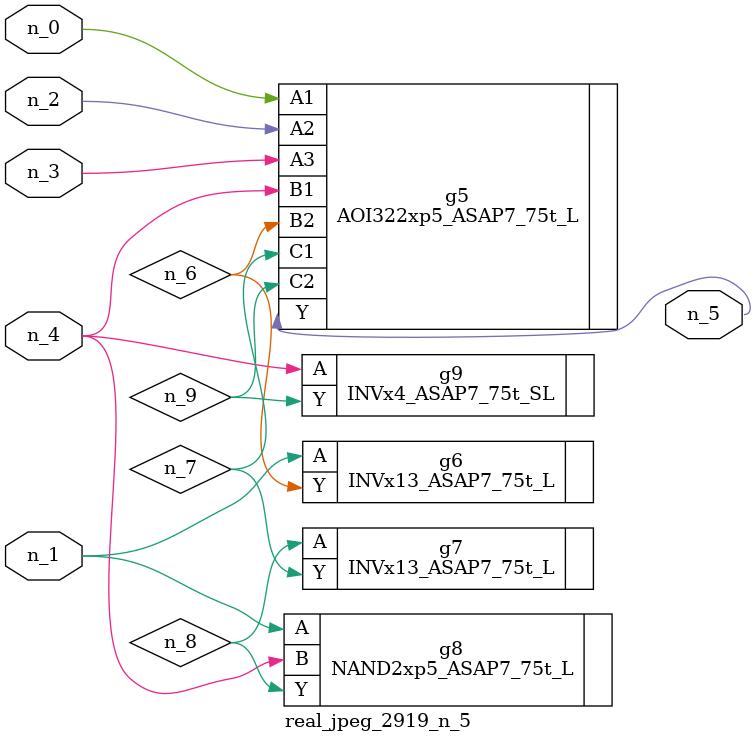
<source format=v>
module real_jpeg_2919_n_5 (n_4, n_0, n_1, n_2, n_3, n_5);

input n_4;
input n_0;
input n_1;
input n_2;
input n_3;

output n_5;

wire n_8;
wire n_6;
wire n_7;
wire n_9;

AOI322xp5_ASAP7_75t_L g5 ( 
.A1(n_0),
.A2(n_2),
.A3(n_3),
.B1(n_4),
.B2(n_6),
.C1(n_7),
.C2(n_9),
.Y(n_5)
);

INVx13_ASAP7_75t_L g6 ( 
.A(n_1),
.Y(n_6)
);

NAND2xp5_ASAP7_75t_L g8 ( 
.A(n_1),
.B(n_4),
.Y(n_8)
);

INVx4_ASAP7_75t_SL g9 ( 
.A(n_4),
.Y(n_9)
);

INVx13_ASAP7_75t_L g7 ( 
.A(n_8),
.Y(n_7)
);


endmodule
</source>
